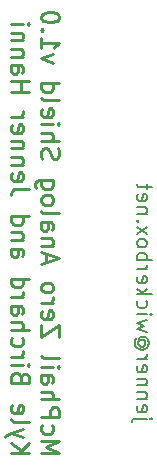
<source format=gbo>
%TF.GenerationSoftware,KiCad,Pcbnew,4.0.7-e2-6376~58~ubuntu16.04.1*%
%TF.CreationDate,2017-10-04T18:34:51-07:00*%
%TF.ProjectId,mcphail-zero-analog-shield,6D63706861696C2D7A65726F2D616E61,v1.0*%
%TF.FileFunction,Legend,Bot*%
%FSLAX46Y46*%
G04 Gerber Fmt 4.6, Leading zero omitted, Abs format (unit mm)*
G04 Created by KiCad (PCBNEW 4.0.7-e2-6376~58~ubuntu16.04.1) date Wed Oct  4 18:34:51 2017*
%MOMM*%
%LPD*%
G01*
G04 APERTURE LIST*
%ADD10C,0.350000*%
%ADD11C,0.254000*%
%ADD12C,0.203200*%
%ADD13C,2.946400*%
%ADD14C,1.752400*%
%ADD15R,2.184400X2.184400*%
%ADD16O,2.184400X2.184400*%
%ADD17O,1.676400X2.692400*%
%ADD18C,3.327400*%
G04 APERTURE END LIST*
D10*
D11*
X90725171Y-163975143D02*
X92249171Y-163975143D01*
X91160600Y-163467143D01*
X92249171Y-162959143D01*
X90725171Y-162959143D01*
X90797743Y-161580286D02*
X90725171Y-161725429D01*
X90725171Y-162015715D01*
X90797743Y-162160857D01*
X90870314Y-162233429D01*
X91015457Y-162306000D01*
X91450886Y-162306000D01*
X91596029Y-162233429D01*
X91668600Y-162160857D01*
X91741171Y-162015715D01*
X91741171Y-161725429D01*
X91668600Y-161580286D01*
X90725171Y-160927143D02*
X92249171Y-160927143D01*
X92249171Y-160346571D01*
X92176600Y-160201429D01*
X92104029Y-160128857D01*
X91958886Y-160056286D01*
X91741171Y-160056286D01*
X91596029Y-160128857D01*
X91523457Y-160201429D01*
X91450886Y-160346571D01*
X91450886Y-160927143D01*
X90725171Y-159403143D02*
X92249171Y-159403143D01*
X90725171Y-158750000D02*
X91523457Y-158750000D01*
X91668600Y-158822571D01*
X91741171Y-158967714D01*
X91741171Y-159185429D01*
X91668600Y-159330571D01*
X91596029Y-159403143D01*
X90725171Y-157371143D02*
X91523457Y-157371143D01*
X91668600Y-157443714D01*
X91741171Y-157588857D01*
X91741171Y-157879143D01*
X91668600Y-158024286D01*
X90797743Y-157371143D02*
X90725171Y-157516286D01*
X90725171Y-157879143D01*
X90797743Y-158024286D01*
X90942886Y-158096857D01*
X91088029Y-158096857D01*
X91233171Y-158024286D01*
X91305743Y-157879143D01*
X91305743Y-157516286D01*
X91378314Y-157371143D01*
X90725171Y-156645429D02*
X91741171Y-156645429D01*
X92249171Y-156645429D02*
X92176600Y-156718000D01*
X92104029Y-156645429D01*
X92176600Y-156572857D01*
X92249171Y-156645429D01*
X92104029Y-156645429D01*
X90725171Y-155702001D02*
X90797743Y-155847143D01*
X90942886Y-155919715D01*
X92249171Y-155919715D01*
X92249171Y-154105429D02*
X92249171Y-153089429D01*
X90725171Y-154105429D01*
X90725171Y-153089429D01*
X90797743Y-151928285D02*
X90725171Y-152073428D01*
X90725171Y-152363714D01*
X90797743Y-152508857D01*
X90942886Y-152581428D01*
X91523457Y-152581428D01*
X91668600Y-152508857D01*
X91741171Y-152363714D01*
X91741171Y-152073428D01*
X91668600Y-151928285D01*
X91523457Y-151855714D01*
X91378314Y-151855714D01*
X91233171Y-152581428D01*
X90725171Y-151202571D02*
X91741171Y-151202571D01*
X91450886Y-151202571D02*
X91596029Y-151129999D01*
X91668600Y-151057428D01*
X91741171Y-150912285D01*
X91741171Y-150767142D01*
X90725171Y-150041428D02*
X90797743Y-150186570D01*
X90870314Y-150259142D01*
X91015457Y-150331713D01*
X91450886Y-150331713D01*
X91596029Y-150259142D01*
X91668600Y-150186570D01*
X91741171Y-150041428D01*
X91741171Y-149823713D01*
X91668600Y-149678570D01*
X91596029Y-149605999D01*
X91450886Y-149533428D01*
X91015457Y-149533428D01*
X90870314Y-149605999D01*
X90797743Y-149678570D01*
X90725171Y-149823713D01*
X90725171Y-150041428D01*
X91160600Y-147791713D02*
X91160600Y-147065999D01*
X90725171Y-147936856D02*
X92249171Y-147428856D01*
X90725171Y-146920856D01*
X91741171Y-146412856D02*
X90725171Y-146412856D01*
X91596029Y-146412856D02*
X91668600Y-146340284D01*
X91741171Y-146195142D01*
X91741171Y-145977427D01*
X91668600Y-145832284D01*
X91523457Y-145759713D01*
X90725171Y-145759713D01*
X90725171Y-144380856D02*
X91523457Y-144380856D01*
X91668600Y-144453427D01*
X91741171Y-144598570D01*
X91741171Y-144888856D01*
X91668600Y-145033999D01*
X90797743Y-144380856D02*
X90725171Y-144525999D01*
X90725171Y-144888856D01*
X90797743Y-145033999D01*
X90942886Y-145106570D01*
X91088029Y-145106570D01*
X91233171Y-145033999D01*
X91305743Y-144888856D01*
X91305743Y-144525999D01*
X91378314Y-144380856D01*
X90725171Y-143437428D02*
X90797743Y-143582570D01*
X90942886Y-143655142D01*
X92249171Y-143655142D01*
X90725171Y-142639142D02*
X90797743Y-142784284D01*
X90870314Y-142856856D01*
X91015457Y-142929427D01*
X91450886Y-142929427D01*
X91596029Y-142856856D01*
X91668600Y-142784284D01*
X91741171Y-142639142D01*
X91741171Y-142421427D01*
X91668600Y-142276284D01*
X91596029Y-142203713D01*
X91450886Y-142131142D01*
X91015457Y-142131142D01*
X90870314Y-142203713D01*
X90797743Y-142276284D01*
X90725171Y-142421427D01*
X90725171Y-142639142D01*
X91741171Y-140824856D02*
X90507457Y-140824856D01*
X90362314Y-140897427D01*
X90289743Y-140969999D01*
X90217171Y-141115142D01*
X90217171Y-141332856D01*
X90289743Y-141477999D01*
X90797743Y-140824856D02*
X90725171Y-140969999D01*
X90725171Y-141260285D01*
X90797743Y-141405427D01*
X90870314Y-141477999D01*
X91015457Y-141550570D01*
X91450886Y-141550570D01*
X91596029Y-141477999D01*
X91668600Y-141405427D01*
X91741171Y-141260285D01*
X91741171Y-140969999D01*
X91668600Y-140824856D01*
X90797743Y-139010570D02*
X90725171Y-138792856D01*
X90725171Y-138429999D01*
X90797743Y-138284856D01*
X90870314Y-138212285D01*
X91015457Y-138139713D01*
X91160600Y-138139713D01*
X91305743Y-138212285D01*
X91378314Y-138284856D01*
X91450886Y-138429999D01*
X91523457Y-138720285D01*
X91596029Y-138865427D01*
X91668600Y-138937999D01*
X91813743Y-139010570D01*
X91958886Y-139010570D01*
X92104029Y-138937999D01*
X92176600Y-138865427D01*
X92249171Y-138720285D01*
X92249171Y-138357427D01*
X92176600Y-138139713D01*
X90725171Y-137486570D02*
X92249171Y-137486570D01*
X90725171Y-136833427D02*
X91523457Y-136833427D01*
X91668600Y-136905998D01*
X91741171Y-137051141D01*
X91741171Y-137268856D01*
X91668600Y-137413998D01*
X91596029Y-137486570D01*
X90725171Y-136107713D02*
X91741171Y-136107713D01*
X92249171Y-136107713D02*
X92176600Y-136180284D01*
X92104029Y-136107713D01*
X92176600Y-136035141D01*
X92249171Y-136107713D01*
X92104029Y-136107713D01*
X90797743Y-134801427D02*
X90725171Y-134946570D01*
X90725171Y-135236856D01*
X90797743Y-135381999D01*
X90942886Y-135454570D01*
X91523457Y-135454570D01*
X91668600Y-135381999D01*
X91741171Y-135236856D01*
X91741171Y-134946570D01*
X91668600Y-134801427D01*
X91523457Y-134728856D01*
X91378314Y-134728856D01*
X91233171Y-135454570D01*
X90725171Y-133857999D02*
X90797743Y-134003141D01*
X90942886Y-134075713D01*
X92249171Y-134075713D01*
X90725171Y-132624284D02*
X92249171Y-132624284D01*
X90797743Y-132624284D02*
X90725171Y-132769427D01*
X90725171Y-133059713D01*
X90797743Y-133204855D01*
X90870314Y-133277427D01*
X91015457Y-133349998D01*
X91450886Y-133349998D01*
X91596029Y-133277427D01*
X91668600Y-133204855D01*
X91741171Y-133059713D01*
X91741171Y-132769427D01*
X91668600Y-132624284D01*
X91741171Y-130882570D02*
X90725171Y-130519713D01*
X91741171Y-130156855D01*
X90725171Y-128777998D02*
X90725171Y-129648855D01*
X90725171Y-129213427D02*
X92249171Y-129213427D01*
X92031457Y-129358570D01*
X91886314Y-129503712D01*
X91813743Y-129648855D01*
X90870314Y-128124855D02*
X90797743Y-128052283D01*
X90725171Y-128124855D01*
X90797743Y-128197426D01*
X90870314Y-128124855D01*
X90725171Y-128124855D01*
X92249171Y-127108855D02*
X92249171Y-126963712D01*
X92176600Y-126818569D01*
X92104029Y-126745998D01*
X91958886Y-126673427D01*
X91668600Y-126600855D01*
X91305743Y-126600855D01*
X91015457Y-126673427D01*
X90870314Y-126745998D01*
X90797743Y-126818569D01*
X90725171Y-126963712D01*
X90725171Y-127108855D01*
X90797743Y-127253998D01*
X90870314Y-127326569D01*
X91015457Y-127399141D01*
X91305743Y-127471712D01*
X91668600Y-127471712D01*
X91958886Y-127399141D01*
X92104029Y-127326569D01*
X92176600Y-127253998D01*
X92249171Y-127108855D01*
X88185171Y-163975143D02*
X89709171Y-163975143D01*
X88185171Y-163104286D02*
X89056029Y-163757429D01*
X89709171Y-163104286D02*
X88838314Y-163975143D01*
X89201171Y-162596286D02*
X88185171Y-162233429D01*
X89201171Y-161870571D02*
X88185171Y-162233429D01*
X87822314Y-162378571D01*
X87749743Y-162451143D01*
X87677171Y-162596286D01*
X88185171Y-161072286D02*
X88257743Y-161217428D01*
X88402886Y-161290000D01*
X89709171Y-161290000D01*
X88257743Y-159911142D02*
X88185171Y-160056285D01*
X88185171Y-160346571D01*
X88257743Y-160491714D01*
X88402886Y-160564285D01*
X88983457Y-160564285D01*
X89128600Y-160491714D01*
X89201171Y-160346571D01*
X89201171Y-160056285D01*
X89128600Y-159911142D01*
X88983457Y-159838571D01*
X88838314Y-159838571D01*
X88693171Y-160564285D01*
X88983457Y-157516285D02*
X88910886Y-157298571D01*
X88838314Y-157225999D01*
X88693171Y-157153428D01*
X88475457Y-157153428D01*
X88330314Y-157225999D01*
X88257743Y-157298571D01*
X88185171Y-157443713D01*
X88185171Y-158024285D01*
X89709171Y-158024285D01*
X89709171Y-157516285D01*
X89636600Y-157371142D01*
X89564029Y-157298571D01*
X89418886Y-157225999D01*
X89273743Y-157225999D01*
X89128600Y-157298571D01*
X89056029Y-157371142D01*
X88983457Y-157516285D01*
X88983457Y-158024285D01*
X88185171Y-156500285D02*
X89201171Y-156500285D01*
X89709171Y-156500285D02*
X89636600Y-156572856D01*
X89564029Y-156500285D01*
X89636600Y-156427713D01*
X89709171Y-156500285D01*
X89564029Y-156500285D01*
X88185171Y-155774571D02*
X89201171Y-155774571D01*
X88910886Y-155774571D02*
X89056029Y-155701999D01*
X89128600Y-155629428D01*
X89201171Y-155484285D01*
X89201171Y-155339142D01*
X88257743Y-154177999D02*
X88185171Y-154323142D01*
X88185171Y-154613428D01*
X88257743Y-154758570D01*
X88330314Y-154831142D01*
X88475457Y-154903713D01*
X88910886Y-154903713D01*
X89056029Y-154831142D01*
X89128600Y-154758570D01*
X89201171Y-154613428D01*
X89201171Y-154323142D01*
X89128600Y-154177999D01*
X88185171Y-153524856D02*
X89709171Y-153524856D01*
X88185171Y-152871713D02*
X88983457Y-152871713D01*
X89128600Y-152944284D01*
X89201171Y-153089427D01*
X89201171Y-153307142D01*
X89128600Y-153452284D01*
X89056029Y-153524856D01*
X88185171Y-151492856D02*
X88983457Y-151492856D01*
X89128600Y-151565427D01*
X89201171Y-151710570D01*
X89201171Y-152000856D01*
X89128600Y-152145999D01*
X88257743Y-151492856D02*
X88185171Y-151637999D01*
X88185171Y-152000856D01*
X88257743Y-152145999D01*
X88402886Y-152218570D01*
X88548029Y-152218570D01*
X88693171Y-152145999D01*
X88765743Y-152000856D01*
X88765743Y-151637999D01*
X88838314Y-151492856D01*
X88185171Y-150767142D02*
X89201171Y-150767142D01*
X88910886Y-150767142D02*
X89056029Y-150694570D01*
X89128600Y-150621999D01*
X89201171Y-150476856D01*
X89201171Y-150331713D01*
X88185171Y-149170570D02*
X89709171Y-149170570D01*
X88257743Y-149170570D02*
X88185171Y-149315713D01*
X88185171Y-149605999D01*
X88257743Y-149751141D01*
X88330314Y-149823713D01*
X88475457Y-149896284D01*
X88910886Y-149896284D01*
X89056029Y-149823713D01*
X89128600Y-149751141D01*
X89201171Y-149605999D01*
X89201171Y-149315713D01*
X89128600Y-149170570D01*
X88185171Y-146630570D02*
X88983457Y-146630570D01*
X89128600Y-146703141D01*
X89201171Y-146848284D01*
X89201171Y-147138570D01*
X89128600Y-147283713D01*
X88257743Y-146630570D02*
X88185171Y-146775713D01*
X88185171Y-147138570D01*
X88257743Y-147283713D01*
X88402886Y-147356284D01*
X88548029Y-147356284D01*
X88693171Y-147283713D01*
X88765743Y-147138570D01*
X88765743Y-146775713D01*
X88838314Y-146630570D01*
X89201171Y-145904856D02*
X88185171Y-145904856D01*
X89056029Y-145904856D02*
X89128600Y-145832284D01*
X89201171Y-145687142D01*
X89201171Y-145469427D01*
X89128600Y-145324284D01*
X88983457Y-145251713D01*
X88185171Y-145251713D01*
X88185171Y-143872856D02*
X89709171Y-143872856D01*
X88257743Y-143872856D02*
X88185171Y-144017999D01*
X88185171Y-144308285D01*
X88257743Y-144453427D01*
X88330314Y-144525999D01*
X88475457Y-144598570D01*
X88910886Y-144598570D01*
X89056029Y-144525999D01*
X89128600Y-144453427D01*
X89201171Y-144308285D01*
X89201171Y-144017999D01*
X89128600Y-143872856D01*
X89709171Y-141550570D02*
X88620600Y-141550570D01*
X88402886Y-141623142D01*
X88257743Y-141768285D01*
X88185171Y-141985999D01*
X88185171Y-142131142D01*
X88257743Y-140244284D02*
X88185171Y-140389427D01*
X88185171Y-140679713D01*
X88257743Y-140824856D01*
X88402886Y-140897427D01*
X88983457Y-140897427D01*
X89128600Y-140824856D01*
X89201171Y-140679713D01*
X89201171Y-140389427D01*
X89128600Y-140244284D01*
X88983457Y-140171713D01*
X88838314Y-140171713D01*
X88693171Y-140897427D01*
X89201171Y-139518570D02*
X88185171Y-139518570D01*
X89056029Y-139518570D02*
X89128600Y-139445998D01*
X89201171Y-139300856D01*
X89201171Y-139083141D01*
X89128600Y-138937998D01*
X88983457Y-138865427D01*
X88185171Y-138865427D01*
X89201171Y-138139713D02*
X88185171Y-138139713D01*
X89056029Y-138139713D02*
X89128600Y-138067141D01*
X89201171Y-137921999D01*
X89201171Y-137704284D01*
X89128600Y-137559141D01*
X88983457Y-137486570D01*
X88185171Y-137486570D01*
X88257743Y-136180284D02*
X88185171Y-136325427D01*
X88185171Y-136615713D01*
X88257743Y-136760856D01*
X88402886Y-136833427D01*
X88983457Y-136833427D01*
X89128600Y-136760856D01*
X89201171Y-136615713D01*
X89201171Y-136325427D01*
X89128600Y-136180284D01*
X88983457Y-136107713D01*
X88838314Y-136107713D01*
X88693171Y-136833427D01*
X88185171Y-135454570D02*
X89201171Y-135454570D01*
X88910886Y-135454570D02*
X89056029Y-135381998D01*
X89128600Y-135309427D01*
X89201171Y-135164284D01*
X89201171Y-135019141D01*
X88185171Y-133349998D02*
X89709171Y-133349998D01*
X88983457Y-133349998D02*
X88983457Y-132479141D01*
X88185171Y-132479141D02*
X89709171Y-132479141D01*
X88185171Y-131100284D02*
X88983457Y-131100284D01*
X89128600Y-131172855D01*
X89201171Y-131317998D01*
X89201171Y-131608284D01*
X89128600Y-131753427D01*
X88257743Y-131100284D02*
X88185171Y-131245427D01*
X88185171Y-131608284D01*
X88257743Y-131753427D01*
X88402886Y-131825998D01*
X88548029Y-131825998D01*
X88693171Y-131753427D01*
X88765743Y-131608284D01*
X88765743Y-131245427D01*
X88838314Y-131100284D01*
X89201171Y-130374570D02*
X88185171Y-130374570D01*
X89056029Y-130374570D02*
X89128600Y-130301998D01*
X89201171Y-130156856D01*
X89201171Y-129939141D01*
X89128600Y-129793998D01*
X88983457Y-129721427D01*
X88185171Y-129721427D01*
X89201171Y-128995713D02*
X88185171Y-128995713D01*
X89056029Y-128995713D02*
X89128600Y-128923141D01*
X89201171Y-128777999D01*
X89201171Y-128560284D01*
X89128600Y-128415141D01*
X88983457Y-128342570D01*
X88185171Y-128342570D01*
X88185171Y-127616856D02*
X89201171Y-127616856D01*
X89709171Y-127616856D02*
X89636600Y-127689427D01*
X89564029Y-127616856D01*
X89636600Y-127544284D01*
X89709171Y-127616856D01*
X89564029Y-127616856D01*
D12*
X99662343Y-161038418D02*
X98573771Y-161038418D01*
X98452819Y-161098894D01*
X98392343Y-161219847D01*
X98392343Y-161280323D01*
X100085676Y-161038418D02*
X100025200Y-161098894D01*
X99964724Y-161038418D01*
X100025200Y-160977942D01*
X100085676Y-161038418D01*
X99964724Y-161038418D01*
X98876152Y-159949847D02*
X98815676Y-160070799D01*
X98815676Y-160312704D01*
X98876152Y-160433656D01*
X98997105Y-160494132D01*
X99480914Y-160494132D01*
X99601867Y-160433656D01*
X99662343Y-160312704D01*
X99662343Y-160070799D01*
X99601867Y-159949847D01*
X99480914Y-159889370D01*
X99359962Y-159889370D01*
X99239010Y-160494132D01*
X99662343Y-159345085D02*
X98815676Y-159345085D01*
X99541390Y-159345085D02*
X99601867Y-159284609D01*
X99662343Y-159163656D01*
X99662343Y-158982228D01*
X99601867Y-158861276D01*
X99480914Y-158800799D01*
X98815676Y-158800799D01*
X99662343Y-158196037D02*
X98815676Y-158196037D01*
X99541390Y-158196037D02*
X99601867Y-158135561D01*
X99662343Y-158014608D01*
X99662343Y-157833180D01*
X99601867Y-157712228D01*
X99480914Y-157651751D01*
X98815676Y-157651751D01*
X98876152Y-156563180D02*
X98815676Y-156684132D01*
X98815676Y-156926037D01*
X98876152Y-157046989D01*
X98997105Y-157107465D01*
X99480914Y-157107465D01*
X99601867Y-157046989D01*
X99662343Y-156926037D01*
X99662343Y-156684132D01*
X99601867Y-156563180D01*
X99480914Y-156502703D01*
X99359962Y-156502703D01*
X99239010Y-157107465D01*
X98815676Y-155958418D02*
X99662343Y-155958418D01*
X99420438Y-155958418D02*
X99541390Y-155897942D01*
X99601867Y-155837466D01*
X99662343Y-155716513D01*
X99662343Y-155595561D01*
X99420438Y-154386038D02*
X99480914Y-154446514D01*
X99541390Y-154567466D01*
X99541390Y-154688419D01*
X99480914Y-154809371D01*
X99420438Y-154869847D01*
X99299486Y-154930323D01*
X99178533Y-154930323D01*
X99057581Y-154869847D01*
X98997105Y-154809371D01*
X98936629Y-154688419D01*
X98936629Y-154567466D01*
X98997105Y-154446514D01*
X99057581Y-154386038D01*
X99541390Y-154386038D02*
X99057581Y-154386038D01*
X98997105Y-154325561D01*
X98997105Y-154265085D01*
X99057581Y-154144133D01*
X99178533Y-154083657D01*
X99480914Y-154083657D01*
X99662343Y-154204609D01*
X99783295Y-154386038D01*
X99843771Y-154627942D01*
X99783295Y-154869847D01*
X99662343Y-155051276D01*
X99480914Y-155172228D01*
X99239010Y-155232704D01*
X98997105Y-155172228D01*
X98815676Y-155051276D01*
X98694724Y-154869847D01*
X98634248Y-154627942D01*
X98694724Y-154386038D01*
X98815676Y-154204609D01*
X99662343Y-153660323D02*
X98815676Y-153418419D01*
X99420438Y-153176514D01*
X98815676Y-152934609D01*
X99662343Y-152692704D01*
X98815676Y-152208895D02*
X99662343Y-152208895D01*
X100085676Y-152208895D02*
X100025200Y-152269371D01*
X99964724Y-152208895D01*
X100025200Y-152148419D01*
X100085676Y-152208895D01*
X99964724Y-152208895D01*
X98876152Y-151059847D02*
X98815676Y-151180800D01*
X98815676Y-151422704D01*
X98876152Y-151543657D01*
X98936629Y-151604133D01*
X99057581Y-151664609D01*
X99420438Y-151664609D01*
X99541390Y-151604133D01*
X99601867Y-151543657D01*
X99662343Y-151422704D01*
X99662343Y-151180800D01*
X99601867Y-151059847D01*
X98815676Y-150515562D02*
X100085676Y-150515562D01*
X99299486Y-150394610D02*
X98815676Y-150031753D01*
X99662343Y-150031753D02*
X99178533Y-150515562D01*
X98876152Y-149003658D02*
X98815676Y-149124610D01*
X98815676Y-149366515D01*
X98876152Y-149487467D01*
X98997105Y-149547943D01*
X99480914Y-149547943D01*
X99601867Y-149487467D01*
X99662343Y-149366515D01*
X99662343Y-149124610D01*
X99601867Y-149003658D01*
X99480914Y-148943181D01*
X99359962Y-148943181D01*
X99239010Y-149547943D01*
X98815676Y-148398896D02*
X99662343Y-148398896D01*
X99420438Y-148398896D02*
X99541390Y-148338420D01*
X99601867Y-148277944D01*
X99662343Y-148156991D01*
X99662343Y-148036039D01*
X98815676Y-147612706D02*
X100085676Y-147612706D01*
X99601867Y-147612706D02*
X99662343Y-147491754D01*
X99662343Y-147249849D01*
X99601867Y-147128897D01*
X99541390Y-147068420D01*
X99420438Y-147007944D01*
X99057581Y-147007944D01*
X98936629Y-147068420D01*
X98876152Y-147128897D01*
X98815676Y-147249849D01*
X98815676Y-147491754D01*
X98876152Y-147612706D01*
X98815676Y-146282229D02*
X98876152Y-146403182D01*
X98936629Y-146463658D01*
X99057581Y-146524134D01*
X99420438Y-146524134D01*
X99541390Y-146463658D01*
X99601867Y-146403182D01*
X99662343Y-146282229D01*
X99662343Y-146100801D01*
X99601867Y-145979849D01*
X99541390Y-145919372D01*
X99420438Y-145858896D01*
X99057581Y-145858896D01*
X98936629Y-145919372D01*
X98876152Y-145979849D01*
X98815676Y-146100801D01*
X98815676Y-146282229D01*
X98815676Y-145435562D02*
X99662343Y-144770324D01*
X99662343Y-145435562D02*
X98815676Y-144770324D01*
X98936629Y-144286515D02*
X98876152Y-144226039D01*
X98815676Y-144286515D01*
X98876152Y-144346991D01*
X98936629Y-144286515D01*
X98815676Y-144286515D01*
X99662343Y-143681753D02*
X98815676Y-143681753D01*
X99541390Y-143681753D02*
X99601867Y-143621277D01*
X99662343Y-143500324D01*
X99662343Y-143318896D01*
X99601867Y-143197944D01*
X99480914Y-143137467D01*
X98815676Y-143137467D01*
X98876152Y-142048896D02*
X98815676Y-142169848D01*
X98815676Y-142411753D01*
X98876152Y-142532705D01*
X98997105Y-142593181D01*
X99480914Y-142593181D01*
X99601867Y-142532705D01*
X99662343Y-142411753D01*
X99662343Y-142169848D01*
X99601867Y-142048896D01*
X99480914Y-141988419D01*
X99359962Y-141988419D01*
X99239010Y-142593181D01*
X99662343Y-141625563D02*
X99662343Y-141141753D01*
X100085676Y-141444134D02*
X98997105Y-141444134D01*
X98876152Y-141383658D01*
X98815676Y-141262705D01*
X98815676Y-141141753D01*
%LPC*%
D13*
X61899800Y-137261600D03*
D14*
X51790600Y-132080000D03*
X51790600Y-134580000D03*
D15*
X38735000Y-161239200D03*
D16*
X38735000Y-158699200D03*
D15*
X38735000Y-132334000D03*
D16*
X38735000Y-134874000D03*
D17*
X94615000Y-169875200D03*
X92075000Y-169875200D03*
X89535000Y-169875200D03*
X81915000Y-169875200D03*
X84455000Y-169875200D03*
X86995000Y-169875200D03*
X76835000Y-169875200D03*
X74295000Y-169875200D03*
X71755000Y-169875200D03*
X66675000Y-169875200D03*
X64135000Y-169875200D03*
X94615000Y-121615200D03*
X92075000Y-121615200D03*
X89535000Y-121615200D03*
X86995000Y-121615200D03*
X84455000Y-121615200D03*
X81915000Y-121615200D03*
X79375000Y-121615200D03*
X76835000Y-121615200D03*
X72771000Y-121615200D03*
X70231000Y-121615200D03*
X67691000Y-121615200D03*
X65151000Y-121615200D03*
X62611000Y-121615200D03*
X60071000Y-121615200D03*
X57531000Y-121615200D03*
X54991000Y-121615200D03*
X69215000Y-169875200D03*
D18*
X97155000Y-164795200D03*
X97155000Y-136855200D03*
X46355000Y-121615200D03*
X45085000Y-169875200D03*
D17*
X52451000Y-121615200D03*
X49911000Y-121615200D03*
X61595000Y-169875200D03*
X59055000Y-169875200D03*
M02*

</source>
